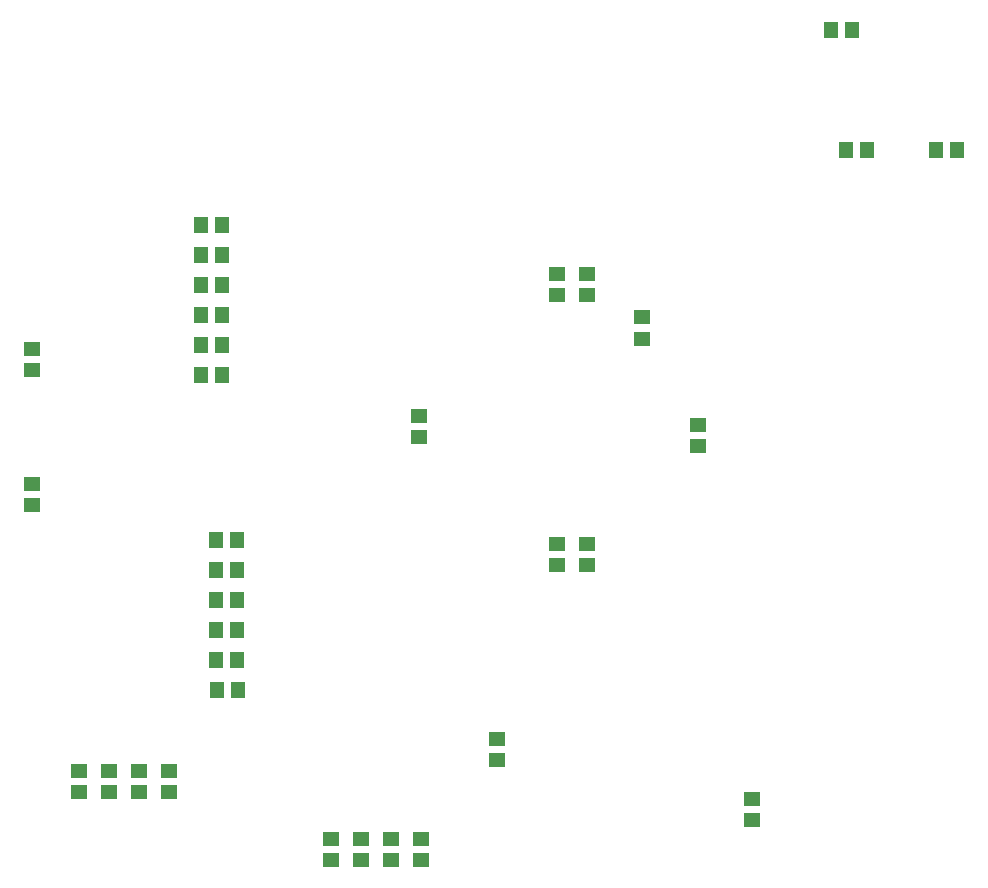
<source format=gbp>
%FSLAX25Y25*%
%MOIN*%
G70*
G01*
G75*
G04 Layer_Color=128*
%ADD10R,0.07874X0.03937*%
%ADD11R,0.04724X0.05512*%
G04:AMPARAMS|DCode=12|XSize=9.84mil|YSize=61.02mil|CornerRadius=0mil|HoleSize=0mil|Usage=FLASHONLY|Rotation=225.000|XOffset=0mil|YOffset=0mil|HoleType=Round|Shape=Round|*
%AMOVALD12*
21,1,0.05118,0.00984,0.00000,0.00000,315.0*
1,1,0.00984,-0.01810,0.01810*
1,1,0.00984,0.01810,-0.01810*
%
%ADD12OVALD12*%

G04:AMPARAMS|DCode=13|XSize=9.84mil|YSize=61.02mil|CornerRadius=0mil|HoleSize=0mil|Usage=FLASHONLY|Rotation=135.000|XOffset=0mil|YOffset=0mil|HoleType=Round|Shape=Round|*
%AMOVALD13*
21,1,0.05118,0.00984,0.00000,0.00000,225.0*
1,1,0.00984,0.01810,0.01810*
1,1,0.00984,-0.01810,-0.01810*
%
%ADD13OVALD13*%

%ADD14R,0.09449X0.03937*%
%ADD15R,0.09449X0.12992*%
%ADD16R,0.07087X0.03543*%
%ADD17R,0.23228X0.21654*%
%ADD18R,0.06693X0.06693*%
%ADD19R,0.20276X0.09252*%
%ADD20R,0.07992X0.08976*%
G04:AMPARAMS|DCode=21|XSize=11.81mil|YSize=59.06mil|CornerRadius=2.95mil|HoleSize=0mil|Usage=FLASHONLY|Rotation=0.000|XOffset=0mil|YOffset=0mil|HoleType=Round|Shape=RoundedRectangle|*
%AMROUNDEDRECTD21*
21,1,0.01181,0.05315,0,0,0.0*
21,1,0.00591,0.05906,0,0,0.0*
1,1,0.00591,0.00295,-0.02658*
1,1,0.00591,-0.00295,-0.02658*
1,1,0.00591,-0.00295,0.02658*
1,1,0.00591,0.00295,0.02658*
%
%ADD21ROUNDEDRECTD21*%
G04:AMPARAMS|DCode=22|XSize=11.81mil|YSize=59.06mil|CornerRadius=2.95mil|HoleSize=0mil|Usage=FLASHONLY|Rotation=90.000|XOffset=0mil|YOffset=0mil|HoleType=Round|Shape=RoundedRectangle|*
%AMROUNDEDRECTD22*
21,1,0.01181,0.05315,0,0,90.0*
21,1,0.00591,0.05906,0,0,90.0*
1,1,0.00591,0.02658,0.00295*
1,1,0.00591,0.02658,-0.00295*
1,1,0.00591,-0.02658,-0.00295*
1,1,0.00591,-0.02658,0.00295*
%
%ADD22ROUNDEDRECTD22*%
%ADD23R,0.03937X0.11417*%
%ADD24R,0.40945X0.31496*%
%ADD25R,0.05512X0.04724*%
%ADD26O,0.09843X0.02756*%
%ADD27O,0.08858X0.02362*%
%ADD28R,0.02362X0.04528*%
%ADD29R,0.08465X0.11221*%
%ADD30R,0.04528X0.02362*%
%ADD31R,0.06693X0.06693*%
%ADD32R,0.09252X0.20276*%
%ADD33R,0.11221X0.08465*%
%ADD34R,0.19685X0.31496*%
%ADD35C,0.02000*%
%ADD36C,0.02500*%
%ADD37C,0.01000*%
%ADD38C,0.01500*%
%ADD39C,0.10000*%
%ADD40C,0.05000*%
%ADD41C,0.06299*%
%ADD42C,0.05906*%
%ADD43C,0.06000*%
%ADD44C,0.10000*%
%ADD45C,0.06693*%
%ADD46C,0.09000*%
%ADD47C,0.11000*%
%ADD48C,0.15748*%
%ADD49C,0.11811*%
%ADD50R,0.05906X0.05906*%
%ADD51C,0.07874*%
%ADD52R,0.05906X0.05906*%
%ADD53O,0.07874X0.03937*%
%ADD54O,0.07874X0.03937*%
%ADD55R,0.07874X0.07874*%
%ADD56R,0.07284X0.07284*%
%ADD57C,0.07284*%
%ADD58C,0.00100*%
%ADD59C,0.05000*%
%ADD60C,0.01800*%
%ADD61C,0.02000*%
%ADD62C,0.08000*%
%ADD63C,0.03800*%
%ADD64C,0.03500*%
%ADD65C,0.04000*%
%ADD66C,0.12000*%
%ADD67C,0.00500*%
%ADD68C,0.00984*%
%ADD69C,0.02362*%
%ADD70C,0.00787*%
%ADD71C,0.00800*%
%ADD72R,0.08674X0.04737*%
%ADD73R,0.05524X0.06312*%
G04:AMPARAMS|DCode=74|XSize=17.84mil|YSize=69.02mil|CornerRadius=0mil|HoleSize=0mil|Usage=FLASHONLY|Rotation=225.000|XOffset=0mil|YOffset=0mil|HoleType=Round|Shape=Round|*
%AMOVALD74*
21,1,0.05118,0.01784,0.00000,0.00000,315.0*
1,1,0.01784,-0.01810,0.01810*
1,1,0.01784,0.01810,-0.01810*
%
%ADD74OVALD74*%

G04:AMPARAMS|DCode=75|XSize=17.84mil|YSize=69.02mil|CornerRadius=0mil|HoleSize=0mil|Usage=FLASHONLY|Rotation=135.000|XOffset=0mil|YOffset=0mil|HoleType=Round|Shape=Round|*
%AMOVALD75*
21,1,0.05118,0.01784,0.00000,0.00000,225.0*
1,1,0.01784,0.01810,0.01810*
1,1,0.01784,-0.01810,-0.01810*
%
%ADD75OVALD75*%

%ADD76R,0.10249X0.04737*%
%ADD77R,0.10249X0.13792*%
%ADD78R,0.07887X0.04343*%
%ADD79R,0.24028X0.22453*%
%ADD80R,0.07493X0.07493*%
%ADD81R,0.21076X0.10052*%
%ADD82R,0.08792X0.09776*%
G04:AMPARAMS|DCode=83|XSize=19.81mil|YSize=67.06mil|CornerRadius=6.95mil|HoleSize=0mil|Usage=FLASHONLY|Rotation=0.000|XOffset=0mil|YOffset=0mil|HoleType=Round|Shape=RoundedRectangle|*
%AMROUNDEDRECTD83*
21,1,0.01981,0.05315,0,0,0.0*
21,1,0.00591,0.06706,0,0,0.0*
1,1,0.01391,0.00295,-0.02658*
1,1,0.01391,-0.00295,-0.02658*
1,1,0.01391,-0.00295,0.02658*
1,1,0.01391,0.00295,0.02658*
%
%ADD83ROUNDEDRECTD83*%
G04:AMPARAMS|DCode=84|XSize=19.81mil|YSize=67.06mil|CornerRadius=6.95mil|HoleSize=0mil|Usage=FLASHONLY|Rotation=90.000|XOffset=0mil|YOffset=0mil|HoleType=Round|Shape=RoundedRectangle|*
%AMROUNDEDRECTD84*
21,1,0.01981,0.05315,0,0,90.0*
21,1,0.00591,0.06706,0,0,90.0*
1,1,0.01391,0.02658,0.00295*
1,1,0.01391,0.02658,-0.00295*
1,1,0.01391,-0.02658,-0.00295*
1,1,0.01391,-0.02658,0.00295*
%
%ADD84ROUNDEDRECTD84*%
%ADD85R,0.04737X0.12217*%
%ADD86R,0.41745X0.32296*%
%ADD87R,0.06312X0.05524*%
%ADD88O,0.10642X0.03556*%
%ADD89O,0.09658X0.03162*%
%ADD90R,0.03162X0.05328*%
%ADD91R,0.09265X0.12020*%
%ADD92R,0.05328X0.03162*%
%ADD93R,0.07493X0.07493*%
%ADD94R,0.10052X0.21076*%
%ADD95R,0.12020X0.09265*%
%ADD96R,0.20485X0.32296*%
%ADD97C,0.07099*%
%ADD98C,0.06706*%
%ADD99C,0.06800*%
%ADD100C,0.10800*%
%ADD101C,0.07493*%
%ADD102C,0.09800*%
%ADD103C,0.11800*%
%ADD104C,0.16548*%
%ADD105C,0.12611*%
%ADD106R,0.06706X0.06706*%
%ADD107C,0.08674*%
%ADD108R,0.06706X0.06706*%
%ADD109O,0.08674X0.04737*%
%ADD110O,0.08674X0.04737*%
%ADD111R,0.08674X0.08674*%
%ADD112R,0.08083X0.08083*%
%ADD113C,0.08083*%
%ADD114C,0.00900*%
%ADD115C,0.00800*%
%ADD116C,0.05800*%
%ADD117C,0.02600*%
%ADD118C,0.02800*%
%ADD119C,0.08800*%
%ADD120C,0.04600*%
%ADD121C,0.04300*%
%ADD122C,0.04800*%
%ADD123C,0.12800*%
D11*
X328543Y265000D02*
D03*
X321457D02*
D03*
X316457Y305000D02*
D03*
X323543D02*
D03*
X351457Y265000D02*
D03*
X358543D02*
D03*
X118543Y105000D02*
D03*
X111457D02*
D03*
X118543Y95000D02*
D03*
X111457D02*
D03*
X118743Y84800D02*
D03*
X111657D02*
D03*
X118543Y135000D02*
D03*
X111457D02*
D03*
X111457Y125000D02*
D03*
X118543D02*
D03*
X111457Y115000D02*
D03*
X118543D02*
D03*
X113543Y240000D02*
D03*
X106457D02*
D03*
X113543Y230000D02*
D03*
X106457D02*
D03*
X113543Y220000D02*
D03*
X106457D02*
D03*
X113543Y190000D02*
D03*
X106457D02*
D03*
X113543Y210000D02*
D03*
X106457D02*
D03*
X113543Y200000D02*
D03*
X106457D02*
D03*
D25*
X205000Y68543D02*
D03*
Y61457D02*
D03*
X65800Y57887D02*
D03*
Y50800D02*
D03*
X75800Y57887D02*
D03*
Y50800D02*
D03*
X95800Y57887D02*
D03*
Y50800D02*
D03*
X179600Y28257D02*
D03*
Y35343D02*
D03*
X149600Y28257D02*
D03*
Y35343D02*
D03*
X85800Y57887D02*
D03*
Y50800D02*
D03*
X169600Y28257D02*
D03*
Y35343D02*
D03*
X159600Y28257D02*
D03*
Y35343D02*
D03*
X290000Y48543D02*
D03*
Y41457D02*
D03*
X235000Y223543D02*
D03*
Y216457D02*
D03*
X225000Y126457D02*
D03*
Y133543D02*
D03*
X50000Y191457D02*
D03*
Y198543D02*
D03*
Y146457D02*
D03*
Y153543D02*
D03*
X179200Y169257D02*
D03*
Y176343D02*
D03*
X235000Y126457D02*
D03*
Y133543D02*
D03*
X272000Y173143D02*
D03*
Y166057D02*
D03*
X225000Y223543D02*
D03*
Y216457D02*
D03*
X253543Y209055D02*
D03*
Y201969D02*
D03*
M02*

</source>
